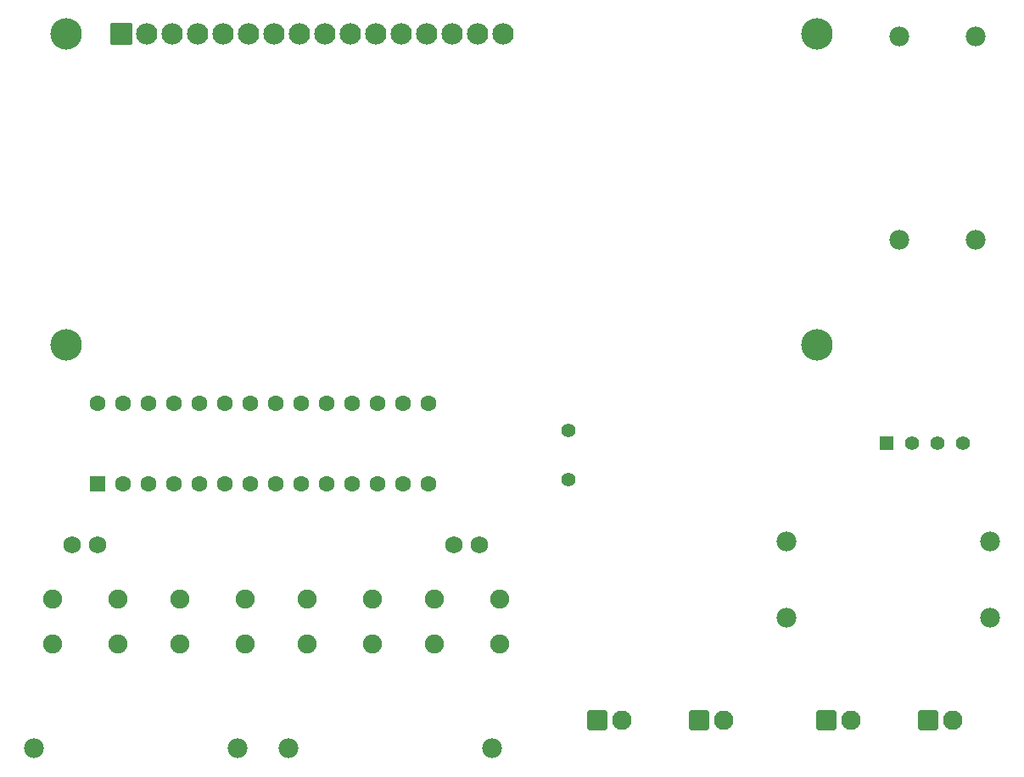
<source format=gts>
G04 Layer: TopSolderMaskLayer*
G04 EasyEDA v6.5.22, 2023-01-28 12:43:13*
G04 Gerber Generator version 0.2*
G04 Scale: 100 percent, Rotated: No, Reflected: No *
G04 Dimensions in millimeters *
G04 leading zeros omitted , absolute positions ,4 integer and 5 decimal *
%FSLAX45Y45*%
%MOMM*%

%AMMACRO1*1,1,$1,$2,$3*1,1,$1,$4,$5*1,1,$1,0-$2,0-$3*1,1,$1,0-$4,0-$5*20,1,$1,$2,$3,$4,$5,0*20,1,$1,$4,$5,0-$2,0-$3,0*20,1,$1,0-$2,0-$3,0-$4,0-$5,0*20,1,$1,0-$4,0-$5,$2,$3,0*4,1,4,$2,$3,$4,$5,0-$2,0-$3,0-$4,0-$5,$2,$3,0*%
%ADD10MACRO1,0.1016X0.6477X-0.6477X-0.6477X-0.6477*%
%ADD11C,1.3970*%
%ADD12C,1.4000*%
%ADD13MACRO1,0.1016X-0.75X-0.75X-0.75X0.75*%
%ADD14C,1.6016*%
%ADD15C,1.9812*%
%ADD16C,1.7526*%
%ADD17C,2.1336*%
%ADD18MACRO1,0.1016X-1.016X1.016X1.016X1.016*%
%ADD19C,3.1496*%
%ADD20C,1.9016*%
%ADD21MACRO1,0.2032X-0.875X0.875X0.875X0.875*%
%ADD22C,1.9532*%

%LPD*%
D10*
G01*
X8763000Y3549142D03*
D11*
G01*
X9017000Y3549142D03*
G01*
X9271000Y3549142D03*
G01*
X9525000Y3549142D03*
D12*
G01*
X5588000Y3678834D03*
G01*
X5588000Y3190849D03*
D13*
G01*
X889000Y3149142D03*
D14*
G01*
X1143000Y3149142D03*
G01*
X1397000Y3149142D03*
G01*
X1651000Y3149142D03*
G01*
X1905000Y3149142D03*
G01*
X2159000Y3149142D03*
G01*
X2413000Y3149142D03*
G01*
X2667000Y3149142D03*
G01*
X2921000Y3149142D03*
G01*
X3175000Y3149142D03*
G01*
X3429000Y3149142D03*
G01*
X3683000Y3149142D03*
G01*
X3937000Y3149142D03*
G01*
X4191000Y3149142D03*
G01*
X889000Y3949141D03*
G01*
X1143000Y3949141D03*
G01*
X1397000Y3949141D03*
G01*
X1651000Y3949141D03*
G01*
X1905000Y3949141D03*
G01*
X2159000Y3949141D03*
G01*
X2413000Y3949141D03*
G01*
X2667000Y3949141D03*
G01*
X2921000Y3949141D03*
G01*
X3175000Y3949141D03*
G01*
X3429000Y3949141D03*
G01*
X3683000Y3949141D03*
G01*
X3937000Y3949141D03*
G01*
X4191000Y3949141D03*
D15*
G01*
X7759700Y1809242D03*
G01*
X9791700Y1809242D03*
G01*
X254000Y501142D03*
G01*
X2286000Y501142D03*
G01*
X2794000Y501142D03*
G01*
X4826000Y501142D03*
G01*
X9652000Y5581142D03*
G01*
X9652000Y7613142D03*
G01*
X8890000Y5581142D03*
G01*
X8890000Y7613142D03*
G01*
X7759700Y2571242D03*
G01*
X9791700Y2571242D03*
D16*
G01*
X4445000Y2533142D03*
G01*
X4699000Y2533142D03*
G01*
X635000Y2533142D03*
G01*
X889000Y2533142D03*
D17*
G01*
X4928006Y7639151D03*
G01*
X4674006Y7639151D03*
G01*
X4420006Y7639151D03*
G01*
X4166006Y7639151D03*
G01*
X3912006Y7639151D03*
G01*
X3658006Y7639151D03*
G01*
X3404006Y7639151D03*
G01*
X3150006Y7639151D03*
G01*
X2896006Y7639151D03*
G01*
X2642006Y7639151D03*
G01*
X2388006Y7639151D03*
G01*
X2134006Y7639151D03*
G01*
X1880006Y7639151D03*
G01*
X1626006Y7639151D03*
G01*
X1372006Y7639151D03*
D18*
G01*
X1117998Y7639141D03*
D19*
G01*
X567994Y7639151D03*
G01*
X567994Y4539132D03*
G01*
X8068005Y7639151D03*
G01*
X8068005Y4539132D03*
D20*
G01*
X4246879Y1996186D03*
G01*
X4246879Y1546097D03*
G01*
X4897120Y1996186D03*
G01*
X4897120Y1546097D03*
G01*
X2976879Y1996186D03*
G01*
X2976879Y1546097D03*
G01*
X3627120Y1996186D03*
G01*
X3627120Y1546097D03*
G01*
X1706879Y1996186D03*
G01*
X1706879Y1546097D03*
G01*
X2357120Y1996186D03*
G01*
X2357120Y1546097D03*
G01*
X436879Y1996186D03*
G01*
X436879Y1546097D03*
G01*
X1087120Y1996186D03*
G01*
X1087120Y1546097D03*
D21*
G01*
X9173387Y780541D03*
D22*
G01*
X9423400Y780542D03*
D21*
G01*
X6887387Y780541D03*
D22*
G01*
X7137400Y780542D03*
D21*
G01*
X8157387Y780541D03*
D22*
G01*
X8407400Y780542D03*
D21*
G01*
X5871387Y780541D03*
D22*
G01*
X6121400Y780542D03*
M02*

</source>
